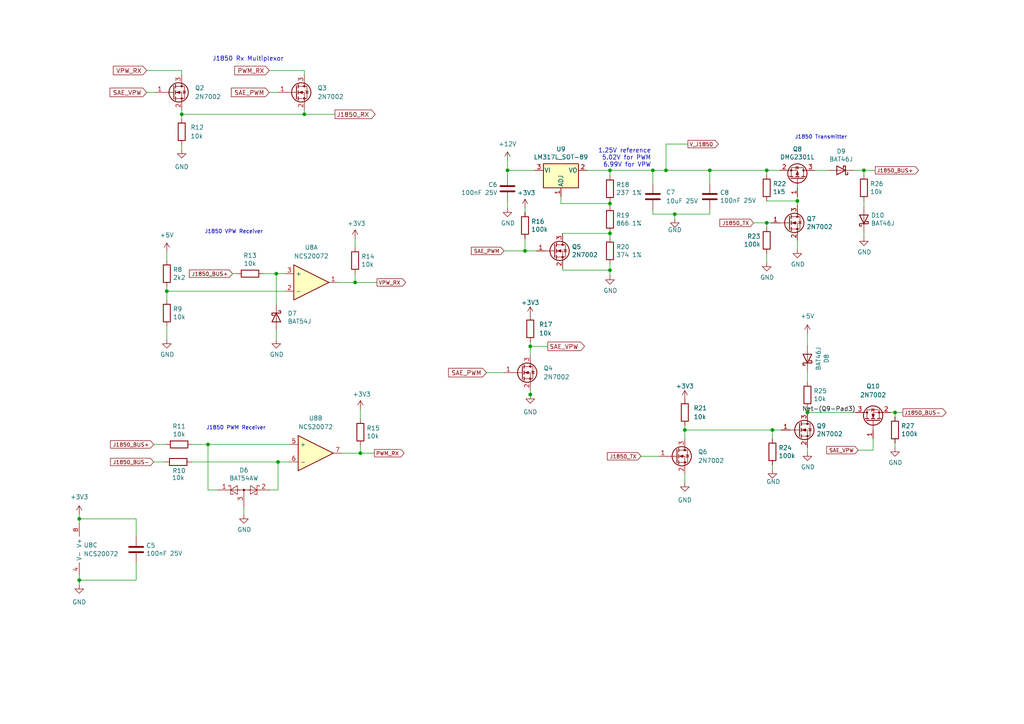
<source format=kicad_sch>
(kicad_sch (version 20211123) (generator eeschema)
  (paper "A4")
  (title_block (title "OBDII-Feather Interface") (date "2023-03-13") (rev "1.0") (company "Gavin Hurlbut"))
  (lib_symbols
    (symbol "Device:C" (pin_numbers hide) (pin_names (offset 0.254))
      (property "Reference" "C" (at 0.635 2.54 0))
      (property "Value" "C" (at 0.635 -2.54 0))
      (symbol "C_0_1"
        (polyline (pts (xy -2.032 -0.762) (xy 2.032 -0.762)) (stroke (width 0.508)))
        (polyline (pts (xy -2.032 0.762) (xy 2.032 0.762)) (stroke (width 0.508)))
      )
      (symbol "C_1_1"
        (pin passive line (at 0 3.81 270) (length 2.794) (name "~") (number "1"))
        (pin passive line (at 0 -3.81 90) (length 2.794) (name "~") (number "2"))
      )
    )
    (symbol "Device:Opamp_Dual"
      (property "Reference" "U" (at 0 5.08 0))
      (property "Value" "Opamp_Dual" (at 0 -5.08 0))
      (symbol "Opamp_Dual_1_1"
        (polyline (pts (xy -5.08 5.08) (xy 5.08 0) (xy -5.08 -5.08) (xy -5.08 5.08)) (stroke (width 0.254)) (fill (type background)))
        (pin output line (at 7.62 0 180) (length 2.54) (name "~") (number "1"))
        (pin input line (at -7.62 -2.54 0) (length 2.54) (name "-") (number "2"))
        (pin input line (at -7.62 2.54 0) (length 2.54) (name "+") (number "3"))
      )
      (symbol "Opamp_Dual_2_1"
        (polyline (pts (xy -5.08 5.08) (xy 5.08 0) (xy -5.08 -5.08) (xy -5.08 5.08)) (stroke (width 0.254)) (fill (type background)))
        (pin input line (at -7.62 2.54 0) (length 2.54) (name "+") (number "5"))
        (pin input line (at -7.62 -2.54 0) (length 2.54) (name "-") (number "6"))
        (pin output line (at 7.62 0 180) (length 2.54) (name "~") (number "7"))
      )
      (symbol "Opamp_Dual_3_1"
        (pin power_in line (at -2.54 -7.62 90) (length 3.81) (name "V-") (number "4"))
        (pin power_in line (at -2.54 7.62 270) (length 3.81) (name "V+") (number "8"))
      )
    )
    (symbol "Device:R" (pin_numbers hide) (pin_names (offset 0))
      (property "Reference" "R" (at 2.032 0 90))
      (property "Value" "R" (at 0 0 90))
      (symbol "R_0_1"
        (rectangle (start -1.016 -2.54) (end 1.016 2.54) (stroke (width 0.254)))
      )
      (symbol "R_1_1"
        (pin passive line (at 0 3.81 270) (length 1.27) (name "~") (number "1"))
        (pin passive line (at 0 -3.81 90) (length 1.27) (name "~") (number "2"))
      )
    )
    (symbol "Diode:BAT46" (pin_numbers hide) (pin_names (offset 1.016) hide)
      (property "Reference" "D" (at 0 2.54 0))
      (property "Value" "BAT46" (at 0 -2.54 0))
      (symbol "BAT46_0_1"
        (polyline (pts (xy 1.27 0) (xy -1.27 0)))
        (polyline (pts (xy 1.27 1.27) (xy 1.27 -1.27) (xy -1.27 0) (xy 1.27 1.27)) (stroke (width 0.254)))
        (polyline (pts (xy -1.905 0.635) (xy -1.905 1.27) (xy -1.27 1.27) (xy -1.27 -1.27) (xy -0.635 -1.27) (xy -0.635 -0.635)) (stroke (width 0.254)))
      )
      (symbol "BAT46_1_1"
        (pin passive line (at -3.81 0 0) (length 2.54) (name "K") (number "1"))
        (pin passive line (at 3.81 0 180) (length 2.54) (name "A") (number "2"))
      )
    )
    (symbol "Diode:BAT54AW" (pin_names (offset 1.016))
      (property "Reference" "D" (at 0.635 -3.81 0))
      (property "Value" "BAT54AW" (at -6.35 3.175 0))
      (symbol "BAT54AW_0_1"
        (polyline (pts (xy -4.445 1.27) (xy -4.445 1.016)))
        (polyline (pts (xy -3.81 -1.27) (xy -3.81 1.27)))
        (polyline (pts (xy -3.81 -1.27) (xy -3.175 -1.27)))
        (polyline (pts (xy -3.81 0) (xy -1.27 0)))
        (polyline (pts (xy -3.81 1.27) (xy -4.445 1.27)))
        (polyline (pts (xy -3.175 -1.27) (xy -3.175 -1.016)))
        (polyline (pts (xy -1.905 0) (xy 1.905 0)))
        (polyline (pts (xy 1.27 0) (xy 3.81 0)))
        (polyline (pts (xy 3.175 -1.27) (xy 3.175 -1.016)))
        (polyline (pts (xy 3.81 -1.27) (xy 3.175 -1.27)))
        (polyline (pts (xy 3.81 -1.27) (xy 3.81 1.27)))
        (polyline (pts (xy 3.81 1.27) (xy 4.445 1.27)))
        (polyline (pts (xy 4.445 1.27) (xy 4.445 1.016)))
        (polyline (pts (xy -1.905 1.27) (xy -1.905 -1.27) (xy -3.81 0) (xy -1.905 1.27)))
        (polyline (pts (xy 1.905 1.27) (xy 1.905 -1.27) (xy 3.81 0) (xy 1.905 1.27)))
        (circle (center 0 0) (radius 0.254) (fill (type outline)))
      )
      (symbol "BAT54AW_1_1"
        (pin passive line (at -7.62 0 0) (length 3.81) (name "~") (number "1"))
        (pin passive line (at 7.62 0 180) (length 3.81) (name "~") (number "2"))
        (pin passive line (at 0 -5.08 90) (length 5.08) (name "~") (number "3"))
      )
    )
    (symbol "Diode:BAT54J" (pin_numbers hide) (pin_names hide)
      (property "Reference" "D" (at 0 2.54 0))
      (property "Value" "BAT54J" (at 0 -2.54 0))
      (symbol "BAT54J_0_1"
        (polyline (pts (xy 1.27 0) (xy -1.27 0)))
        (polyline (pts (xy 1.27 1.27) (xy 1.27 -1.27) (xy -1.27 0) (xy 1.27 1.27)) (stroke (width 0.254)))
        (polyline (pts (xy -1.905 0.635) (xy -1.905 1.27) (xy -1.27 1.27) (xy -1.27 -1.27) (xy -0.635 -1.27) (xy -0.635 -0.635)) (stroke (width 0.254)))
      )
      (symbol "BAT54J_1_1"
        (pin passive line (at -3.81 0 0) (length 2.54) (name "K") (number "1"))
        (pin passive line (at 3.81 0 180) (length 2.54) (name "A") (number "2"))
      )
    )
    (symbol "Regulator_Linear:LM317L_SOT-89" (pin_names (offset 0.254))
      (property "Reference" "U" (at -3.81 3.175 0))
      (property "Value" "LM317L_SOT-89" (at 0 3.175 0))
      (symbol "LM317L_SOT-89_0_1"
        (rectangle (start -5.08 1.905) (end 5.08 -5.08) (stroke (width 0.254)) (fill (type background)))
      )
      (symbol "LM317L_SOT-89_1_1"
        (pin input line (at 0 -7.62 90) (length 2.54) (name "ADJ") (number "1"))
        (pin power_out line (at 7.62 0 180) (length 2.54) (name "VO") (number "2"))
        (pin power_in line (at -7.62 0 0) (length 2.54) (name "VI") (number "3"))
      )
    )
    (symbol "Transistor_FET:2N7002" (pin_names hide)
      (property "Reference" "Q" (at 5.08 1.905 0))
      (property "Value" "2N7002" (at 5.08 0 0))
      (symbol "2N7002_0_1"
        (polyline (pts (xy 0.254 0) (xy -2.54 0)))
        (polyline (pts (xy 0.254 1.905) (xy 0.254 -1.905)) (stroke (width 0.254)))
        (polyline (pts (xy 0.762 -1.27) (xy 0.762 -2.286)) (stroke (width 0.254)))
        (polyline (pts (xy 0.762 0.508) (xy 0.762 -0.508)) (stroke (width 0.254)))
        (polyline (pts (xy 0.762 2.286) (xy 0.762 1.27)) (stroke (width 0.254)))
        (polyline (pts (xy 2.54 2.54) (xy 2.54 1.778)))
        (polyline (pts (xy 2.54 -2.54) (xy 2.54 0) (xy 0.762 0)))
        (polyline (pts (xy 0.762 -1.778) (xy 3.302 -1.778) (xy 3.302 1.778) (xy 0.762 1.778)))
        (polyline (pts (xy 1.016 0) (xy 2.032 0.381) (xy 2.032 -0.381) (xy 1.016 0)) (fill (type outline)))
        (polyline (pts (xy 2.794 0.508) (xy 2.921 0.381) (xy 3.683 0.381) (xy 3.81 0.254)))
        (polyline (pts (xy 3.302 0.381) (xy 2.921 -0.254) (xy 3.683 -0.254) (xy 3.302 0.381)))
        (circle (center 1.651 0) (radius 2.794) (stroke (width 0.254)))
        (circle (center 2.54 -1.778) (radius 0.254) (fill (type outline)))
        (circle (center 2.54 1.778) (radius 0.254) (fill (type outline)))
      )
      (symbol "2N7002_1_1"
        (pin input line (at -5.08 0 0) (length 2.54) (name "G") (number "1"))
        (pin passive line (at 2.54 -5.08 90) (length 2.54) (name "S") (number "2"))
        (pin passive line (at 2.54 5.08 270) (length 2.54) (name "D") (number "3"))
      )
    )
    (symbol "Transistor_FET:DMG2301L" (pin_names hide)
      (property "Reference" "Q" (at 5.08 1.905 0))
      (property "Value" "DMG2301L" (at 5.08 0 0))
      (symbol "DMG2301L_0_1"
        (polyline (pts (xy 0.254 0) (xy -2.54 0)))
        (polyline (pts (xy 0.254 1.905) (xy 0.254 -1.905)) (stroke (width 0.254)))
        (polyline (pts (xy 0.762 -1.27) (xy 0.762 -2.286)) (stroke (width 0.254)))
        (polyline (pts (xy 0.762 0.508) (xy 0.762 -0.508)) (stroke (width 0.254)))
        (polyline (pts (xy 0.762 2.286) (xy 0.762 1.27)) (stroke (width 0.254)))
        (polyline (pts (xy 2.54 2.54) (xy 2.54 1.778)))
        (polyline (pts (xy 2.54 -2.54) (xy 2.54 0) (xy 0.762 0)))
        (polyline (pts (xy 0.762 1.778) (xy 3.302 1.778) (xy 3.302 -1.778) (xy 0.762 -1.778)))
        (polyline (pts (xy 2.286 0) (xy 1.27 0.381) (xy 1.27 -0.381) (xy 2.286 0)) (fill (type outline)))
        (polyline (pts (xy 2.794 -0.508) (xy 2.921 -0.381) (xy 3.683 -0.381) (xy 3.81 -0.254)))
        (polyline (pts (xy 3.302 -0.381) (xy 2.921 0.254) (xy 3.683 0.254) (xy 3.302 -0.381)))
        (circle (center 1.651 0) (radius 2.794) (stroke (width 0.254)))
        (circle (center 2.54 -1.778) (radius 0.254) (fill (type outline)))
        (circle (center 2.54 1.778) (radius 0.254) (fill (type outline)))
      )
      (symbol "DMG2301L_1_1"
        (pin input line (at -5.08 0 0) (length 2.54) (name "G") (number "1"))
        (pin passive line (at 2.54 -5.08 90) (length 2.54) (name "S") (number "2"))
        (pin passive line (at 2.54 5.08 270) (length 2.54) (name "D") (number "3"))
      )
    )
    (symbol "power:+12V" (power) (pin_names (offset 0))
      (property "Value" "+12V" (at 0 3.556 0))
      (symbol "+12V_0_1"
        (polyline (pts (xy -0.762 1.27) (xy 0 2.54)))
        (polyline (pts (xy 0 0) (xy 0 2.54)))
        (polyline (pts (xy 0 2.54) (xy 0.762 1.27)))
      )
      (symbol "+12V_1_1"
        (pin power_in line (at 0 0 90) (length 0) hide (name "+12V") (number "1"))
      )
    )
    (symbol "power:+3V3" (power) (pin_names (offset 0))
      (property "Value" "+3V3" (at 0 3.556 0))
      (symbol "+3V3_0_1"
        (polyline (pts (xy -0.762 1.27) (xy 0 2.54)))
        (polyline (pts (xy 0 0) (xy 0 2.54)))
        (polyline (pts (xy 0 2.54) (xy 0.762 1.27)))
      )
      (symbol "+3V3_1_1"
        (pin power_in line (at 0 0 90) (length 0) hide (name "+3V3") (number "1"))
      )
    )
    (symbol "power:+5V" (power) (pin_names (offset 0))
      (property "Value" "+5V" (at 0 3.556 0))
      (symbol "+5V_0_1"
        (polyline (pts (xy -0.762 1.27) (xy 0 2.54)))
        (polyline (pts (xy 0 0) (xy 0 2.54)))
        (polyline (pts (xy 0 2.54) (xy 0.762 1.27)))
      )
      (symbol "+5V_1_1"
        (pin power_in line (at 0 0 90) (length 0) hide (name "+5V") (number "1"))
      )
    )
    (symbol "power:GND" (power) (pin_names (offset 0))
      (property "Value" "GND" (at 0 -3.81 0))
      (symbol "GND_0_1"
        (polyline (pts (xy 0 0) (xy 0 -1.27) (xy 1.27 -1.27) (xy 0 -2.54) (xy -1.27 -1.27) (xy 0 -1.27)))
      )
      (symbol "GND_1_1"
        (pin power_in line (at 0 0 270) (length 0) hide (name "GND") (number "1"))
      )
    )
  )
  (junction (at 80.137 79.375))
  (junction (at 224.028 124.714))
  (junction (at 193.167 49.403))
  (junction (at 22.987 168.275))
  (junction (at 259.588 119.634))
  (junction (at 22.987 150.495))
  (junction (at 176.911 67.691))
  (junction (at 152.273 72.771))
  (junction (at 60.325 128.905))
  (junction (at 153.797 114.427))
  (junction (at 176.911 49.403))
  (junction (at 147.193 49.403))
  (junction (at 222.377 49.403))
  (junction (at 250.571 49.403))
  (junction (at 195.707 62.103))
  (junction (at 153.797 100.457))
  (junction (at 88.265 33.147))
  (junction (at 102.997 81.915))
  (junction (at 104.521 131.445))
  (junction (at 48.387 84.455))
  (junction (at 198.628 124.714))
  (junction (at 205.867 49.403))
  (junction (at 176.911 59.055))
  (junction (at 234.188 119.634))
  (junction (at 222.377 64.643))
  (junction (at 189.357 49.403))
  (junction (at 231.267 58.293))
  (junction (at 80.645 133.985))
  (junction (at 176.911 78.359))
  (junction (at 52.705 33.147))
  (wire (pts (xy 104.521 121.539) (xy 104.521 118.745)))
  (wire (pts (xy 88.265 33.147) (xy 88.265 31.877)))
  (wire (pts (xy 176.911 58.547) (xy 176.911 59.055)))
  (wire (pts (xy 42.545 26.797) (xy 45.085 26.797)))
  (wire (pts (xy 108.585 131.445) (xy 104.521 131.445)))
  (wire (pts (xy 176.911 79.883) (xy 176.911 78.359)))
  (wire (pts (xy 193.167 49.403) (xy 205.867 49.403)))
  (wire (pts (xy 163.195 67.691) (xy 176.911 67.691)))
  (wire (pts (xy 222.377 73.533) (xy 222.377 76.073)))
  (wire (pts (xy 176.911 49.403) (xy 189.357 49.403)))
  (wire (pts (xy 231.267 69.723) (xy 231.267 72.263)))
  (wire (pts (xy 224.028 124.714) (xy 226.568 124.714)))
  (wire (pts (xy 198.628 123.444) (xy 198.628 124.714)))
  (wire (pts (xy 234.188 118.364) (xy 234.188 119.634)))
  (wire (pts (xy 80.137 79.375) (xy 82.677 79.375)))
  (wire (pts (xy 78.359 142.113) (xy 80.645 142.113)))
  (wire (pts (xy 170.307 49.403) (xy 176.911 49.403)))
  (wire (pts (xy 234.188 96.774) (xy 234.188 100.203)))
  (wire (pts (xy 176.911 78.359) (xy 176.911 76.581)))
  (wire (pts (xy 102.997 81.915) (xy 102.997 79.375)))
  (wire (pts (xy 222.377 58.293) (xy 231.267 58.293)))
  (wire (pts (xy 250.571 49.403) (xy 253.873 49.403)))
  (wire (pts (xy 153.797 99.187) (xy 153.797 100.457)))
  (wire (pts (xy 48.387 94.615) (xy 48.387 98.425)))
  (wire (pts (xy 83.947 133.985) (xy 80.645 133.985)))
  (wire (pts (xy 60.325 142.113) (xy 60.325 128.905)))
  (wire (pts (xy 152.273 60.325) (xy 152.273 61.595)))
  (wire (pts (xy 152.273 72.771) (xy 155.575 72.771)))
  (wire (pts (xy 218.567 64.643) (xy 222.377 64.643)))
  (wire (pts (xy 234.188 129.794) (xy 234.188 131.064)))
  (wire (pts (xy 42.545 20.447) (xy 52.705 20.447)))
  (wire (pts (xy 39.497 155.575) (xy 39.497 150.495)))
  (wire (pts (xy 176.911 67.437) (xy 176.911 67.691)))
  (wire (pts (xy 22.987 168.275) (xy 22.987 169.545)))
  (wire (pts (xy 80.137 88.265) (xy 80.137 79.375)))
  (wire (pts (xy 146.177 72.771) (xy 152.273 72.771)))
  (wire (pts (xy 258.318 119.634) (xy 259.588 119.634)))
  (wire (pts (xy 198.628 124.714) (xy 224.028 124.714)))
  (wire (pts (xy 205.867 49.403) (xy 205.867 53.213)))
  (wire (pts (xy 250.571 50.673) (xy 250.571 49.403)))
  (wire (pts (xy 222.377 64.643) (xy 223.647 64.643)))
  (wire (pts (xy 22.987 149.225) (xy 22.987 150.495)))
  (wire (pts (xy 39.497 150.495) (xy 22.987 150.495)))
  (wire (pts (xy 163.195 77.851) (xy 163.195 78.359)))
  (wire (pts (xy 250.571 67.437) (xy 250.571 68.707)))
  (wire (pts (xy 189.357 60.833) (xy 189.357 62.103)))
  (wire (pts (xy 222.377 64.643) (xy 222.377 65.913)))
  (wire (pts (xy 224.028 134.874) (xy 224.028 136.144)))
  (wire (pts (xy 185.928 132.334) (xy 191.008 132.334)))
  (wire (pts (xy 102.997 81.915) (xy 109.347 81.915)))
  (wire (pts (xy 198.628 137.414) (xy 198.628 139.954)))
  (wire (pts (xy 44.577 128.905) (xy 48.133 128.905)))
  (wire (pts (xy 234.188 107.823) (xy 234.188 110.744)))
  (wire (pts (xy 162.687 59.055) (xy 176.911 59.055)))
  (wire (pts (xy 80.137 95.885) (xy 80.137 98.425)))
  (wire (pts (xy 176.911 59.055) (xy 176.911 59.817)))
  (wire (pts (xy 102.997 69.215) (xy 102.997 71.755)))
  (wire (pts (xy 60.325 128.905) (xy 55.753 128.905)))
  (wire (pts (xy 248.92 130.556) (xy 253.238 130.556)))
  (wire (pts (xy 222.377 49.403) (xy 222.377 50.673)))
  (wire (pts (xy 236.347 49.403) (xy 240.157 49.403)))
  (wire (pts (xy 52.705 33.147) (xy 52.705 34.417)))
  (wire (pts (xy 195.707 62.103) (xy 205.867 62.103)))
  (wire (pts (xy 48.387 84.455) (xy 48.387 86.995)))
  (wire (pts (xy 147.193 46.609) (xy 147.193 49.403)))
  (wire (pts (xy 176.911 67.691) (xy 176.911 68.961)))
  (wire (pts (xy 153.797 113.157) (xy 153.797 114.427)))
  (wire (pts (xy 231.267 58.293) (xy 231.267 59.563)))
  (wire (pts (xy 153.797 100.457) (xy 153.797 102.997)))
  (wire (pts (xy 99.187 131.445) (xy 104.521 131.445)))
  (wire (pts (xy 52.705 33.147) (xy 88.265 33.147)))
  (wire (pts (xy 234.188 119.634) (xy 248.158 119.634)))
  (wire (pts (xy 97.917 81.915) (xy 102.997 81.915)))
  (wire (pts (xy 22.987 167.005) (xy 22.987 168.275)))
  (wire (pts (xy 104.521 129.159) (xy 104.521 131.445)))
  (wire (pts (xy 247.777 49.403) (xy 250.571 49.403)))
  (wire (pts (xy 259.588 129.794) (xy 259.588 128.524)))
  (wire (pts (xy 189.357 62.103) (xy 195.707 62.103)))
  (wire (pts (xy 48.387 73.025) (xy 48.387 75.565)))
  (wire (pts (xy 222.377 49.403) (xy 226.187 49.403)))
  (wire (pts (xy 205.867 62.103) (xy 205.867 60.833)))
  (wire (pts (xy 78.105 20.447) (xy 88.265 20.447)))
  (wire (pts (xy 259.588 119.634) (xy 261.874 119.634)))
  (wire (pts (xy 176.911 50.927) (xy 176.911 49.403)))
  (wire (pts (xy 224.028 124.714) (xy 224.028 127.254)))
  (wire (pts (xy 147.193 50.927) (xy 147.193 49.403)))
  (wire (pts (xy 22.987 150.495) (xy 22.987 151.765)))
  (wire (pts (xy 88.265 33.147) (xy 97.155 33.147)))
  (wire (pts (xy 39.497 163.195) (xy 39.497 168.275)))
  (wire (pts (xy 67.437 79.375) (xy 68.707 79.375)))
  (wire (pts (xy 153.797 100.457) (xy 158.877 100.457)))
  (wire (pts (xy 189.357 49.403) (xy 193.167 49.403)))
  (wire (pts (xy 78.105 26.797) (xy 80.645 26.797)))
  (wire (pts (xy 83.947 128.905) (xy 60.325 128.905)))
  (wire (pts (xy 52.705 20.447) (xy 52.705 21.717)))
  (wire (pts (xy 163.195 78.359) (xy 176.911 78.359)))
  (wire (pts (xy 198.628 124.714) (xy 198.628 127.254)))
  (wire (pts (xy 70.739 149.225) (xy 70.739 147.193)))
  (wire (pts (xy 152.273 69.215) (xy 152.273 72.771)))
  (wire (pts (xy 80.645 133.985) (xy 55.499 133.985)))
  (wire (pts (xy 141.097 108.077) (xy 146.177 108.077)))
  (wire (pts (xy 48.387 84.455) (xy 82.677 84.455)))
  (wire (pts (xy 52.705 43.307) (xy 52.705 42.037)))
  (wire (pts (xy 199.517 41.783) (xy 193.167 41.783)))
  (wire (pts (xy 253.238 130.556) (xy 253.238 127.254)))
  (wire (pts (xy 231.267 57.023) (xy 231.267 58.293)))
  (wire (pts (xy 147.193 49.403) (xy 155.067 49.403)))
  (wire (pts (xy 193.167 41.783) (xy 193.167 49.403)))
  (wire (pts (xy 44.577 133.985) (xy 47.879 133.985)))
  (wire (pts (xy 76.327 79.375) (xy 80.137 79.375)))
  (wire (pts (xy 195.707 62.103) (xy 195.707 63.373)))
  (wire (pts (xy 63.119 142.113) (xy 60.325 142.113)))
  (wire (pts (xy 39.497 168.275) (xy 22.987 168.275)))
  (wire (pts (xy 162.687 57.023) (xy 162.687 59.055)))
  (wire (pts (xy 48.387 83.185) (xy 48.387 84.455)))
  (wire (pts (xy 250.571 58.293) (xy 250.571 59.817)))
  (wire (pts (xy 88.265 20.447) (xy 88.265 21.717)))
  (wire (pts (xy 153.797 114.427) (xy 153.797 115.697)))
  (wire (pts (xy 189.357 49.403) (xy 189.357 53.213)))
  (wire (pts (xy 205.867 49.403) (xy 222.377 49.403)))
  (wire (pts (xy 259.588 120.904) (xy 259.588 119.634)))
  (wire (pts (xy 147.193 60.325) (xy 147.193 58.547)))
  (wire (pts (xy 80.645 142.113) (xy 80.645 133.985)))
  (wire (pts (xy 52.705 31.877) (xy 52.705 33.147)))
  (text "J1850 Transmitter" (at 230.505 40.513 0) (effects (font (size 1.0922 1.0922)) (justify left bottom)))
  (text "J1850 Rx Multiplexor" (at 61.595 17.907 0) (effects (font (size 1.27 1.27)) (justify left bottom)))
  (text "J1850 VPW Receiver" (at 76.327 67.945 180) (effects (font (size 1.0922 1.0922)) (justify right bottom)))
  (text "J1850 PWM Receiver" (at 77.089 124.841 180) (effects (font (size 1.0922 1.0922)) (justify right bottom)))
  (text "1.25V reference\n5.02V for PWM\n6.99V for VPW" (at 188.849 48.641 180) (effects (font (size 1.27 1.27)) (justify right bottom)))
  (label "Net-(Q9-Pad3)" (at 248.158 119.634 180))
  (global_label "SAE_VPW" (shape input) (at 42.545 26.797 180) (property "Intersheet References" "${INTERSHEET_REFS}" (effects hide)))
  (global_label "SAE_PWM" (shape input) (at 78.105 26.797 180) (property "Intersheet References" "${INTERSHEET_REFS}" (effects hide)))
  (global_label "J1850_BUS+" (shape output) (at 253.873 49.403 0) (effects (font (size 1.0922 1.0922))) (property "Intersheet References" "${INTERSHEET_REFS}" (effects hide)))
  (global_label "SAE_VPW" (shape input) (at 248.92 130.556 180) (effects (font (size 1.0922 1.0922))) (property "Intersheet References" "${INTERSHEET_REFS}" (effects hide)))
  (global_label "J1850_BUS+" (shape input) (at 44.577 128.905 180) (effects (font (size 1.0922 1.0922))) (property "Intersheet References" "${INTERSHEET_REFS}" (effects hide)))
  (global_label "J1850_TX" (shape input) (at 185.928 132.334 180) (effects (font (size 1.0922 1.0922))) (property "Intersheet References" "${INTERSHEET_REFS}" (effects hide)))
  (global_label "J1850_RX" (shape output) (at 97.155 33.147 0) (property "Intersheet References" "${INTERSHEET_REFS}" (effects hide)))
  (global_label "VPW_RX" (shape output) (at 109.347 81.915 0) (effects (font (size 1.0922 1.0922))) (property "Intersheet References" "${INTERSHEET_REFS}" (effects hide)))
  (global_label "SAE_PWM" (shape input) (at 141.097 108.077 180) (property "Intersheet References" "${INTERSHEET_REFS}" (effects hide)))
  (global_label "PWM_RX" (shape input) (at 78.105 20.447 180) (property "Intersheet References" "${INTERSHEET_REFS}" (effects hide)))
  (global_label "J1850_BUS-" (shape input) (at 44.577 133.985 180) (effects (font (size 1.0922 1.0922))) (property "Intersheet References" "${INTERSHEET_REFS}" (effects hide)))
  (global_label "V_J1850" (shape output) (at 199.517 41.783 0) (effects (font (size 1.0922 1.0922))) (property "Intersheet References" "${INTERSHEET_REFS}" (effects hide)))
  (global_label "PWM_RX" (shape output) (at 108.585 131.445 0) (effects (font (size 1.0922 1.0922))) (property "Intersheet References" "${INTERSHEET_REFS}" (effects hide)))
  (global_label "SAE_VPW" (shape output) (at 158.877 100.457 0) (property "Intersheet References" "${INTERSHEET_REFS}" (effects hide)))
  (global_label "J1850_TX" (shape input) (at 218.567 64.643 180) (effects (font (size 1.0922 1.0922))) (property "Intersheet References" "${INTERSHEET_REFS}" (effects hide)))
  (global_label "SAE_PWM" (shape input) (at 146.177 72.771 180) (effects (font (size 1.0922 1.0922))) (property "Intersheet References" "${INTERSHEET_REFS}" (effects hide)))
  (global_label "J1850_BUS+" (shape input) (at 67.437 79.375 180) (effects (font (size 1.0922 1.0922))) (property "Intersheet References" "${INTERSHEET_REFS}" (effects hide)))
  (global_label "J1850_BUS-" (shape output) (at 261.874 119.634 0) (effects (font (size 1.0922 1.0922))) (property "Intersheet References" "${INTERSHEET_REFS}" (effects hide)))
  (global_label "VPW_RX" (shape input) (at 42.545 20.447 180) (property "Intersheet References" "${INTERSHEET_REFS}" (effects hide)))
  (symbol (lib_id "Device:R") (at 176.911 54.737 0) (unit 1)
    (property "Reference" "R18" (at 178.689 53.5686 0) (effects (justify left)))
    (property "Value" "237 1%" (at 178.689 55.88 0) (effects (justify left)))
    (property "Footprint" "Resistor_SMD:R_0805_2012Metric_Pad1.20x1.40mm_HandSolder" (effects hide))
  )
  (symbol (lib_id "Device:Opamp_Dual") (at 90.297 81.915 0) (unit 1)
    (property "Reference" "U8" (at 90.297 71.755 0))
    (property "Value" "NCS20072" (at 90.297 74.295 0))
    (property "Footprint" "Package_SO:TSSOP-8_4.4x3mm_P0.65mm" (effects hide))
  )
  (symbol (lib_id "Transistor_FET:2N7002") (at 231.648 124.714 0) (unit 1)
    (property "Reference" "Q9" (at 236.8296 123.5456 0) (effects (justify left)))
    (property "Value" "2N7002" (at 236.8296 125.857 0) (effects (justify left)))
    (property "Footprint" "Package_TO_SOT_SMD:SOT-23" (effects hide))
    (property "Datasheet" "https://www.onsemi.com/pub/Collateral/NDS7002A-D.PDF" (effects hide))
  )
  (symbol (lib_id "Diode:BAT46") (at 234.188 104.013 90) (unit 1)
    (property "Reference" "D8" (at 239.6998 104.013 0))
    (property "Value" "BAT46J" (at 237.3884 104.013 0))
    (property "Footprint" "Diode_SMD:D_SOD-123" (effects hide))
    (property "Datasheet" "http://www.vishay.com/docs/85662/bat46.pdf" (effects hide))
  )
  (symbol (lib_id "Regulator_Linear:LM317L_SOT-89") (at 162.687 49.403 0) (unit 1)
    (property "Reference" "U9" (at 162.687 43.2562 0))
    (property "Value" "LM317L_SOT-89" (at 162.687 45.5676 0))
    (property "Footprint" "Package_TO_SOT_SMD:SOT-89-3" (effects hide))
    (property "Datasheet" "http://www.ti.com/lit/ds/symlink/lm317l.pdf" (effects hide))
  )
  (symbol (lib_id "Device:R") (at 153.797 95.377 0) (unit 1)
    (property "Reference" "R17" (at 156.337 94.1069 0) (effects (justify left)))
    (property "Value" "10k" (at 156.337 96.6469 0) (effects (justify left)))
    (property "Footprint" "Resistor_SMD:R_0805_2012Metric_Pad1.20x1.40mm_HandSolder" (effects hide))
  )
  (symbol (lib_id "Device:R") (at 224.028 131.064 0) (unit 1)
    (property "Reference" "R24" (at 225.806 129.8956 0) (effects (justify left)))
    (property "Value" "100k" (at 225.806 132.207 0) (effects (justify left)))
    (property "Footprint" "Resistor_SMD:R_0805_2012Metric_Pad1.20x1.40mm_HandSolder" (effects hide))
  )
  (symbol (lib_id "Device:R") (at 104.521 125.349 180) (unit 1)
    (property "Reference" "R15" (at 106.299 124.1806 0) (effects (justify right)))
    (property "Value" "10k" (at 106.299 126.492 0) (effects (justify right)))
    (property "Footprint" "Resistor_SMD:R_0805_2012Metric_Pad1.20x1.40mm_HandSolder" (effects hide))
  )
  (symbol (lib_id "Diode:BAT54J") (at 80.137 92.075 270) (unit 1)
    (property "Reference" "D7" (at 83.4136 90.9066 90) (effects (justify left)))
    (property "Value" "BAT54J" (at 83.4136 93.218 90) (effects (justify left)))
    (property "Footprint" "Diode_SMD:D_SOD-123" (effects hide))
    (property "Datasheet" "https://assets.nexperia.com/documents/data-sheet/BAT54W_SER.pdf" (effects hide))
  )
  (symbol (lib_id "power:GND") (at 259.588 129.794 0) (unit 1)
    (property "Reference" "#PWR049" (effects hide))
    (property "Value" "GND" (at 259.715 134.1882 0))
  )
  (symbol (lib_id "Device:C") (at 189.357 57.023 0) (unit 1)
    (property "Reference" "C7" (at 193.167 55.7529 0) (effects (justify left)))
    (property "Value" "10uF 25V" (at 193.167 58.2929 0) (effects (justify left)))
    (property "Footprint" "Capacitor_SMD:C_0805_2012Metric_Pad1.18x1.45mm_HandSolder" (effects hide))
  )
  (symbol (lib_id "Device:R") (at 72.517 79.375 270) (unit 1)
    (property "Reference" "R13" (at 72.517 74.1172 90))
    (property "Value" "10k" (at 72.517 76.4286 90))
    (property "Footprint" "Resistor_SMD:R_0805_2012Metric_Pad1.20x1.40mm_HandSolder" (effects hide))
  )
  (symbol (lib_id "Device:R") (at 51.689 133.985 90) (unit 1)
    (property "Reference" "R10" (at 51.943 136.525 90))
    (property "Value" "10k" (at 51.689 138.557 90))
    (property "Footprint" "Resistor_SMD:R_0805_2012Metric_Pad1.20x1.40mm_HandSolder" (effects hide))
  )
  (symbol (lib_id "power:+5V") (at 234.188 96.774 0) (unit 1)
    (property "Reference" "#PWR046" (effects hide))
    (property "Value" "+5V" (at 234.188 91.694 0))
  )
  (symbol (lib_id "power:+3V3") (at 152.273 60.325 0) (unit 1)
    (property "Reference" "#PWR036" (effects hide))
    (property "Value" "+3V3" (at 152.654 55.9308 0))
  )
  (symbol (lib_id "Device:R") (at 198.628 119.634 0) (unit 1)
    (property "Reference" "R21" (at 201.168 118.3639 0) (effects (justify left)))
    (property "Value" "10k" (at 201.168 120.9039 0) (effects (justify left)))
    (property "Footprint" "Resistor_SMD:R_0805_2012Metric_Pad1.20x1.40mm_HandSolder" (effects hide))
  )
  (symbol (lib_id "power:+3V3") (at 102.997 69.215 0) (unit 1)
    (property "Reference" "#PWR032" (effects hide))
    (property "Value" "+3V3" (at 103.378 64.8208 0))
  )
  (symbol (lib_id "Transistor_FET:DMG2301L") (at 231.267 51.943 270) (mirror x) (unit 1)
    (property "Reference" "Q8" (at 231.267 43.2562 90))
    (property "Value" "DMG2301L" (at 231.267 45.5676 90))
    (property "Footprint" "Package_TO_SOT_SMD:SOT-23" (effects hide))
    (property "Datasheet" "https://www.diodes.com/assets/Datasheets/DMG2301L.pdf" (effects hide))
  )
  (symbol (lib_id "power:+3V3") (at 198.628 115.824 0) (unit 1)
    (property "Reference" "#PWR041" (effects hide))
    (property "Value" "+3V3" (at 198.628 112.014 0))
  )
  (symbol (lib_id "Device:R") (at 52.705 38.227 0) (unit 1)
    (property "Reference" "R12" (at 55.245 36.9569 0) (effects (justify left)))
    (property "Value" "10k" (at 55.245 39.4969 0) (effects (justify left)))
    (property "Footprint" "Resistor_SMD:R_0805_2012Metric_Pad1.20x1.40mm_HandSolder" (effects hide))
  )
  (symbol (lib_id "Device:R") (at 222.377 54.483 0) (unit 1)
    (property "Reference" "R22" (at 224.155 53.3146 0) (effects (justify left)))
    (property "Value" "1k5" (at 224.155 55.626 0) (effects (justify left)))
    (property "Footprint" "Resistor_SMD:R_0805_2012Metric_Pad1.20x1.40mm_HandSolder" (effects hide))
  )
  (symbol (lib_id "power:GND") (at 153.797 114.427 0) (unit 1)
    (property "Reference" "#PWR038" (effects hide))
    (property "Value" "GND" (at 153.797 119.507 0))
  )
  (symbol (lib_id "power:GND") (at 224.028 136.144 0) (unit 1)
    (property "Reference" "#PWR044" (effects hide))
    (property "Value" "GND" (at 224.282 139.7 0))
  )
  (symbol (lib_id "Diode:BAT54AW") (at 70.739 142.113 0) (unit 1)
    (property "Reference" "D6" (at 70.739 136.398 0))
    (property "Value" "BAT54AW" (at 70.739 138.7094 0))
    (property "Footprint" "Package_TO_SOT_SMD:SOT-323_SC-70" (effects hide))
    (property "Datasheet" "https://assets.nexperia.com/documents/data-sheet/BAT54W_SER.pdf" (effects hide))
  )
  (symbol (lib_id "power:GND") (at 222.377 76.073 0) (unit 1)
    (property "Reference" "#PWR043" (effects hide))
    (property "Value" "GND" (at 222.504 80.4672 0))
  )
  (symbol (lib_id "Device:C") (at 39.497 159.385 180) (unit 1)
    (property "Reference" "C5" (at 42.3926 158.2166 0) (effects (justify right)))
    (property "Value" "100nF 25V" (at 42.3926 160.528 0) (effects (justify right)))
    (property "Footprint" "Capacitor_SMD:C_0805_2012Metric_Pad1.18x1.45mm_HandSolder" (effects hide))
  )
  (symbol (lib_id "power:GND") (at 48.387 98.425 0) (unit 1)
    (property "Reference" "#PWR028" (effects hide))
    (property "Value" "GND" (at 48.514 102.8192 0))
  )
  (symbol (lib_id "Transistor_FET:2N7002") (at 253.238 122.174 90) (unit 1)
    (property "Reference" "Q10" (at 253.238 112.014 90))
    (property "Value" "2N7002" (at 253.238 114.554 90))
    (property "Footprint" "Package_TO_SOT_SMD:SOT-23" (effects hide))
    (property "Datasheet" "https://www.onsemi.com/pub/Collateral/NDS7002A-D.PDF" (effects hide))
  )
  (symbol (lib_id "Transistor_FET:2N7002") (at 151.257 108.077 0) (unit 1)
    (property "Reference" "Q4" (at 157.607 106.8069 0) (effects (justify left)))
    (property "Value" "2N7002" (at 157.607 109.3469 0) (effects (justify left)))
    (property "Footprint" "Package_TO_SOT_SMD:SOT-23" (effects hide))
    (property "Datasheet" "https://www.onsemi.com/pub/Collateral/NDS7002A-D.PDF" (effects hide))
  )
  (symbol (lib_id "Transistor_FET:2N7002") (at 50.165 26.797 0) (unit 1)
    (property "Reference" "Q2" (at 56.515 25.5269 0) (effects (justify left)))
    (property "Value" "2N7002" (at 56.515 28.0669 0) (effects (justify left)))
    (property "Footprint" "Package_TO_SOT_SMD:SOT-23" (effects hide))
    (property "Datasheet" "https://www.onsemi.com/pub/Collateral/NDS7002A-D.PDF" (effects hide))
  )
  (symbol (lib_id "Diode:BAT46") (at 250.571 63.627 90) (unit 1)
    (property "Reference" "D10" (at 252.603 62.4586 90) (effects (justify right)))
    (property "Value" "BAT46J" (at 252.603 64.77 90) (effects (justify right)))
    (property "Footprint" "Diode_SMD:D_SOD-123" (effects hide))
    (property "Datasheet" "http://www.vishay.com/docs/85662/bat46.pdf" (effects hide))
  )
  (symbol (lib_id "Device:R") (at 48.387 90.805 0) (unit 1)
    (property "Reference" "R9" (at 50.165 89.6366 0) (effects (justify left)))
    (property "Value" "10k" (at 50.165 91.948 0) (effects (justify left)))
    (property "Footprint" "Resistor_SMD:R_0805_2012Metric_Pad1.20x1.40mm_HandSolder" (effects hide))
  )
  (symbol (lib_id "Transistor_FET:2N7002") (at 196.088 132.334 0) (unit 1)
    (property "Reference" "Q6" (at 202.438 131.0639 0) (effects (justify left)))
    (property "Value" "2N7002" (at 202.438 133.6039 0) (effects (justify left)))
    (property "Footprint" "Package_TO_SOT_SMD:SOT-23" (effects hide))
    (property "Datasheet" "https://www.onsemi.com/pub/Collateral/NDS7002A-D.PDF" (effects hide))
  )
  (symbol (lib_id "power:+3V3") (at 153.797 91.567 0) (unit 1)
    (property "Reference" "#PWR037" (effects hide))
    (property "Value" "+3V3" (at 153.797 87.757 0))
  )
  (symbol (lib_id "power:GND") (at 195.707 63.373 0) (unit 1)
    (property "Reference" "#PWR040" (effects hide))
    (property "Value" "GND" (at 195.707 66.675 0))
  )
  (symbol (lib_id "power:GND") (at 231.267 72.263 0) (unit 1)
    (property "Reference" "#PWR045" (effects hide))
    (property "Value" "GND" (at 231.394 76.6572 0))
  )
  (symbol (lib_id "power:+3V3") (at 104.521 118.745 0) (unit 1)
    (property "Reference" "#PWR033" (effects hide))
    (property "Value" "+3V3" (at 104.902 114.3508 0))
  )
  (symbol (lib_id "Device:R") (at 259.588 124.714 0) (unit 1)
    (property "Reference" "R27" (at 261.366 123.5456 0) (effects (justify left)))
    (property "Value" "100k" (at 261.366 125.857 0) (effects (justify left)))
    (property "Footprint" "Resistor_SMD:R_0805_2012Metric_Pad1.20x1.40mm_HandSolder" (effects hide))
  )
  (symbol (lib_id "Device:R") (at 48.387 79.375 0) (unit 1)
    (property "Reference" "R8" (at 50.165 78.2066 0) (effects (justify left)))
    (property "Value" "2k2" (at 50.165 80.518 0) (effects (justify left)))
    (property "Footprint" "Resistor_SMD:R_0805_2012Metric_Pad1.20x1.40mm_HandSolder" (effects hide))
  )
  (symbol (lib_id "Transistor_FET:2N7002") (at 228.727 64.643 0) (unit 1)
    (property "Reference" "Q7" (at 233.9086 63.4746 0) (effects (justify left)))
    (property "Value" "2N7002" (at 233.9086 65.786 0) (effects (justify left)))
    (property "Footprint" "Package_TO_SOT_SMD:SOT-23" (effects hide))
    (property "Datasheet" "https://www.onsemi.com/pub/Collateral/NDS7002A-D.PDF" (effects hide))
  )
  (symbol (lib_id "power:GND") (at 234.188 131.064 0) (unit 1)
    (property "Reference" "#PWR047" (effects hide))
    (property "Value" "GND" (at 234.315 135.4582 0))
  )
  (symbol (lib_id "power:GND") (at 250.571 68.707 0) (unit 1)
    (property "Reference" "#PWR048" (effects hide))
    (property "Value" "GND" (at 250.698 73.1012 0))
  )
  (symbol (lib_id "Device:Opamp_Dual") (at 91.567 131.445 0) (unit 2)
    (property "Reference" "U8" (at 91.567 121.285 0))
    (property "Value" "NCS20072" (at 91.567 123.825 0))
    (property "Footprint" "Package_SO:TSSOP-8_4.4x3mm_P0.65mm" (effects hide))
  )
  (symbol (lib_id "Device:R") (at 234.188 114.554 0) (unit 1)
    (property "Reference" "R25" (at 235.966 113.3856 0) (effects (justify left)))
    (property "Value" "10k" (at 235.966 115.697 0) (effects (justify left)))
    (property "Footprint" "Resistor_SMD:R_0805_2012Metric_Pad1.20x1.40mm_HandSolder" (effects hide))
  )
  (symbol (lib_id "Transistor_FET:2N7002") (at 85.725 26.797 0) (unit 1)
    (property "Reference" "Q3" (at 92.075 25.5269 0) (effects (justify left)))
    (property "Value" "2N7002" (at 92.075 28.0669 0) (effects (justify left)))
    (property "Footprint" "Package_TO_SOT_SMD:SOT-23" (effects hide))
    (property "Datasheet" "https://www.onsemi.com/pub/Collateral/NDS7002A-D.PDF" (effects hide))
  )
  (symbol (lib_id "Diode:BAT46") (at 243.967 49.403 180) (unit 1)
    (property "Reference" "D9" (at 243.967 43.8912 0))
    (property "Value" "BAT46J" (at 243.967 46.2026 0))
    (property "Footprint" "Diode_SMD:D_SOD-123" (effects hide))
    (property "Datasheet" "http://www.vishay.com/docs/85662/bat46.pdf" (effects hide))
  )
  (symbol (lib_id "Device:R") (at 176.911 72.771 0) (unit 1)
    (property "Reference" "R20" (at 178.689 71.6026 0) (effects (justify left)))
    (property "Value" "374 1%" (at 178.689 73.914 0) (effects (justify left)))
    (property "Footprint" "Resistor_SMD:R_0805_2012Metric_Pad1.20x1.40mm_HandSolder" (effects hide))
  )
  (symbol (lib_id "power:+12V") (at 147.193 46.609 0) (unit 1)
    (property "Reference" "#PWR034" (effects hide))
    (property "Value" "+12V" (at 147.193 41.783 0))
  )
  (symbol (lib_id "power:GND") (at 198.628 139.954 0) (unit 1)
    (property "Reference" "#PWR042" (effects hide))
    (property "Value" "GND" (at 198.628 145.034 0))
  )
  (symbol (lib_id "Transistor_FET:2N7002") (at 160.655 72.771 0) (unit 1)
    (property "Reference" "Q5" (at 165.8366 71.6026 0) (effects (justify left)))
    (property "Value" "2N7002" (at 165.8366 73.914 0) (effects (justify left)))
    (property "Footprint" "Package_TO_SOT_SMD:SOT-23" (effects hide))
    (property "Datasheet" "https://www.onsemi.com/pub/Collateral/NDS7002A-D.PDF" (effects hide))
  )
  (symbol (lib_id "power:GND") (at 70.739 149.225 0) (unit 1)
    (property "Reference" "#PWR030" (effects hide))
    (property "Value" "GND" (at 70.866 153.6192 0))
  )
  (symbol (lib_id "Device:C") (at 205.867 57.023 0) (unit 1)
    (property "Reference" "C8" (at 208.788 55.8546 0) (effects (justify left)))
    (property "Value" "100nF 25V" (at 208.788 58.166 0) (effects (justify left)))
    (property "Footprint" "Capacitor_SMD:C_0805_2012Metric_Pad1.18x1.45mm_HandSolder" (effects hide))
  )
  (symbol (lib_id "Device:R") (at 250.571 54.483 0) (unit 1)
    (property "Reference" "R26" (at 252.349 53.3146 0) (effects (justify left)))
    (property "Value" "10k" (at 252.349 55.626 0) (effects (justify left)))
    (property "Footprint" "Resistor_SMD:R_0805_2012Metric_Pad1.20x1.40mm_HandSolder" (effects hide))
  )
  (symbol (lib_id "Device:R") (at 222.377 69.723 0) (mirror y) (unit 1)
    (property "Reference" "R23" (at 220.599 68.5546 0) (effects (justify left)))
    (property "Value" "100k" (at 220.599 70.866 0) (effects (justify left)))
    (property "Footprint" "Resistor_SMD:R_0805_2012Metric_Pad1.20x1.40mm_HandSolder" (effects hide))
  )
  (symbol (lib_id "Device:R") (at 152.273 65.405 0) (unit 1)
    (property "Reference" "R16" (at 154.051 64.2366 0) (effects (justify left)))
    (property "Value" "100k" (at 154.051 66.548 0) (effects (justify left)))
    (property "Footprint" "Resistor_SMD:R_0805_2012Metric_Pad1.20x1.40mm_HandSolder" (effects hide))
  )
  (symbol (lib_id "Device:C") (at 147.193 54.737 0) (mirror x) (unit 1)
    (property "Reference" "C6" (at 144.2974 53.5686 0) (effects (justify right)))
    (property "Value" "100nF 25V" (at 144.2974 55.88 0) (effects (justify right)))
    (property "Footprint" "Capacitor_SMD:C_0805_2012Metric_Pad1.18x1.45mm_HandSolder" (effects hide))
  )
  (symbol (lib_id "Device:R") (at 102.997 75.565 0) (unit 1)
    (property "Reference" "R14" (at 104.775 74.3966 0) (effects (justify left)))
    (property "Value" "10k" (at 104.775 76.708 0) (effects (justify left)))
    (property "Footprint" "Resistor_SMD:R_0805_2012Metric_Pad1.20x1.40mm_HandSolder" (effects hide))
  )
  (symbol (lib_id "power:+3V3") (at 22.987 149.225 0) (unit 1)
    (property "Reference" "#PWR025" (effects hide))
    (property "Value" "+3V3" (at 22.987 144.145 0))
  )
  (symbol (lib_id "Device:Opamp_Dual") (at 25.527 159.385 0) (unit 3)
    (property "Reference" "U8" (at 24.257 158.1149 0) (effects (justify left)))
    (property "Value" "NCS20072" (at 24.257 160.6549 0) (effects (justify left)))
    (property "Footprint" "Package_SO:TSSOP-8_4.4x3mm_P0.65mm" (effects hide))
  )
  (symbol (lib_id "power:GND") (at 176.911 79.883 0) (unit 1)
    (property "Reference" "#PWR039" (effects hide))
    (property "Value" "GND" (at 177.038 84.2772 0))
  )
  (symbol (lib_id "power:GND") (at 80.137 98.425 0) (unit 1)
    (property "Reference" "#PWR031" (effects hide))
    (property "Value" "GND" (at 80.264 102.8192 0))
  )
  (symbol (lib_id "power:GND") (at 147.193 60.325 0) (unit 1)
    (property "Reference" "#PWR035" (effects hide))
    (property "Value" "GND" (at 147.32 64.7192 0))
  )
  (symbol (lib_id "Device:R") (at 176.911 63.627 0) (unit 1)
    (property "Reference" "R19" (at 178.689 62.4586 0) (effects (justify left)))
    (property "Value" "866 1%" (at 178.689 64.77 0) (effects (justify left)))
    (property "Footprint" "Resistor_SMD:R_0805_2012Metric_Pad1.20x1.40mm_HandSolder" (effects hide))
  )
  (symbol (lib_id "power:GND") (at 52.705 43.307 0) (unit 1)
    (property "Reference" "#PWR029" (effects hide))
    (property "Value" "GND" (at 52.705 48.387 0))
  )
  (symbol (lib_id "power:GND") (at 22.987 169.545 0) (unit 1)
    (property "Reference" "#PWR026" (effects hide))
    (property "Value" "GND" (at 22.987 174.625 0))
  )
  (symbol (lib_id "power:+5V") (at 48.387 73.025 0) (unit 1)
    (property "Reference" "#PWR027" (effects hide))
    (property "Value" "+5V" (at 48.387 68.199 0))
  )
  (symbol (lib_id "Device:R") (at 51.943 128.905 270) (unit 1)
    (property "Reference" "R11" (at 51.943 123.6472 90))
    (property "Value" "10k" (at 51.943 125.9586 90))
    (property "Footprint" "Resistor_SMD:R_0805_2012Metric_Pad1.20x1.40mm_HandSolder" (effects hide))
  )
)
</source>
